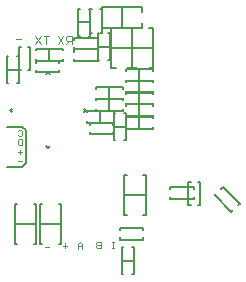
<source format=gbo>
G04*
G04 #@! TF.GenerationSoftware,Altium Limited,Altium Designer,24.4.1 (13)*
G04*
G04 Layer_Color=32896*
%FSLAX44Y44*%
%MOMM*%
G71*
G04*
G04 #@! TF.SameCoordinates,620EA0B3-285C-493C-A982-72F243028F5E*
G04*
G04*
G04 #@! TF.FilePolarity,Positive*
G04*
G01*
G75*
%ADD10C,0.1500*%
%ADD11C,0.1270*%
%ADD12C,0.1200*%
%ADD71C,0.1000*%
D10*
X53500Y-68500D02*
X55500D01*
Y-34500D01*
X53500D02*
X55500D01*
X37500Y-68500D02*
X39500D01*
X37500D02*
Y-34500D01*
X39500D01*
X37500Y-51500D02*
X55500D01*
X7310Y106430D02*
X8580D01*
Y83570D02*
Y106430D01*
X7310Y83570D02*
X8580D01*
X-1580D02*
X-310D01*
X-1580D02*
Y106430D01*
X-310D01*
X-1580Y95000D02*
X8580D01*
X16500Y106000D02*
X18500D01*
Y86000D02*
Y106000D01*
X16500Y86000D02*
X18500D01*
X8500D02*
X10500D01*
X8500D02*
Y106000D01*
X10500D01*
X35500Y90000D02*
Y108000D01*
X52500Y90000D02*
Y94000D01*
X18500Y90000D02*
X52500D01*
X18500D02*
Y94000D01*
Y104000D02*
Y108000D01*
X52500D01*
Y104000D02*
Y108000D01*
X44000Y90000D02*
X48000D01*
X44000Y56000D02*
Y90000D01*
Y56000D02*
X48000D01*
X58000D02*
X62000D01*
Y90000D01*
X58000D02*
X62000D01*
X44000Y73000D02*
X62000D01*
X26000D02*
X44000D01*
X40000Y90000D02*
X44000D01*
Y56000D02*
Y90000D01*
X40000Y56000D02*
X44000D01*
X26000D02*
X30000D01*
X26000D02*
Y90000D01*
X30000D01*
X76500Y-46500D02*
Y-44500D01*
X96500D01*
Y-46500D02*
Y-44500D01*
Y-54500D02*
Y-52500D01*
X76500Y-54500D02*
X96500D01*
X76500D02*
Y-52500D01*
X-52000Y54500D02*
X-50000D01*
X-52000D02*
Y74500D01*
X-50000D01*
X-44000D02*
X-42000D01*
Y54500D02*
Y74500D01*
X-44000Y54500D02*
X-42000D01*
X53500Y-89000D02*
Y-87000D01*
X33500Y-89000D02*
X53500D01*
X33500D02*
Y-87000D01*
Y-81000D02*
Y-79000D01*
X53500D01*
Y-81000D02*
Y-79000D01*
X-5000Y80000D02*
Y82000D01*
X15000D01*
Y80000D02*
Y82000D01*
Y72000D02*
Y74000D01*
X-5000Y72000D02*
X15000D01*
X-5000D02*
Y74000D01*
X-37500Y60500D02*
Y62500D01*
X-17500D01*
Y60500D02*
Y62500D01*
Y52500D02*
Y54500D01*
X-37500Y52500D02*
X-17500D01*
X-37500D02*
Y54500D01*
X35420Y-118430D02*
X36690D01*
X35420D02*
Y-95570D01*
X36690D01*
X44310D02*
X45580D01*
Y-118430D02*
Y-95570D01*
X44310Y-118430D02*
X45580D01*
X35420Y-107000D02*
X45580D01*
X14920Y63070D02*
X16190D01*
X14920D02*
Y85930D01*
X16190D01*
X23810D02*
X25080D01*
Y63070D02*
Y85930D01*
X23810Y63070D02*
X25080D01*
X14920Y74500D02*
X25080D01*
X-53190Y66430D02*
X-51920D01*
Y43570D02*
Y66430D01*
X-53190Y43570D02*
X-51920D01*
X-62080D02*
X-60810D01*
X-62080D02*
Y66430D01*
X-60810D01*
X-62080Y55000D02*
X-51920D01*
X-55000Y-76000D02*
X-37000D01*
X-55000Y-59000D02*
X-53000D01*
X-55000Y-93000D02*
Y-59000D01*
Y-93000D02*
X-53000D01*
X-39000Y-59000D02*
X-37000D01*
Y-93000D02*
Y-59000D01*
X-39000Y-93000D02*
X-37000D01*
X-34000Y-76000D02*
X-16000D01*
X-34000Y-59000D02*
X-32000D01*
X-34000Y-93000D02*
Y-59000D01*
Y-93000D02*
X-32000D01*
X-18000Y-59000D02*
X-16000D01*
Y-93000D02*
Y-59000D01*
X-18000Y-93000D02*
X-16000D01*
X50000Y4920D02*
Y15080D01*
X61430Y13810D02*
Y15080D01*
X38570D02*
X61430D01*
X38570Y13810D02*
Y15080D01*
Y4920D02*
Y6190D01*
Y4920D02*
X61430D01*
Y6190D01*
X28000Y0D02*
Y2000D01*
X8000Y0D02*
X28000D01*
X8000D02*
Y2000D01*
Y8000D02*
Y10000D01*
X28000D01*
Y8000D02*
Y10000D01*
X-14570Y62420D02*
Y63690D01*
X-37430Y62420D02*
X-14570D01*
X-37430D02*
Y63690D01*
Y71310D02*
Y72580D01*
X-14570D01*
Y71310D02*
Y72580D01*
X-26000Y62420D02*
Y72580D01*
X133692Y-59950D02*
X135107Y-58535D01*
X120964Y-44393D02*
X135107Y-58535D01*
X119550Y-45808D02*
X120964Y-44393D01*
X113893Y-51464D02*
X115308Y-50050D01*
X113893Y-51464D02*
X128036Y-65607D01*
X129450Y-64192D01*
X35930Y29920D02*
Y31190D01*
X13070Y29920D02*
X35930D01*
X13070D02*
Y31190D01*
Y38810D02*
Y40080D01*
X35930D01*
Y38810D02*
Y40080D01*
X24500Y29920D02*
Y40080D01*
X13070Y28810D02*
Y30080D01*
X35930D01*
Y28810D02*
Y30080D01*
Y19920D02*
Y21190D01*
X13070Y19920D02*
X35930D01*
X13070D02*
Y21190D01*
X24500Y19920D02*
Y30080D01*
X37310Y17930D02*
X38580D01*
Y-4930D02*
Y17930D01*
X37310Y-4930D02*
X38580D01*
X28420D02*
X29690D01*
X28420D02*
Y17930D01*
X29690D01*
X28420Y6500D02*
X38580D01*
X50000Y25420D02*
Y35580D01*
X61430Y34310D02*
Y35580D01*
X38570D02*
X61430D01*
X38570Y34310D02*
Y35580D01*
Y25420D02*
Y26690D01*
Y25420D02*
X61430D01*
Y26690D01*
X50000Y15420D02*
Y25580D01*
X61430Y24310D02*
Y25580D01*
X38570D02*
X61430D01*
X38570Y24310D02*
Y25580D01*
Y15420D02*
Y16690D01*
Y15420D02*
X61430D01*
Y16690D01*
X50000Y35420D02*
Y45580D01*
X61430Y44310D02*
Y45580D01*
X38570D02*
X61430D01*
X38570Y44310D02*
Y45580D01*
Y35420D02*
Y36690D01*
Y35420D02*
X61430D01*
Y36690D01*
X17000Y9920D02*
Y20080D01*
X5570Y9920D02*
Y11190D01*
Y9920D02*
X28430D01*
Y11190D01*
Y18810D02*
Y20080D01*
X5570D02*
X28430D01*
X5570Y18810D02*
Y20080D01*
X50000Y44920D02*
Y55080D01*
X61430Y53810D02*
Y55080D01*
X38570D02*
X61430D01*
X38570Y53810D02*
Y55080D01*
Y44920D02*
Y46190D01*
Y44920D02*
X61430D01*
Y46190D01*
X15000Y70000D02*
Y72000D01*
X-5000D02*
X15000D01*
X-5000Y70000D02*
Y72000D01*
Y62000D02*
Y64000D01*
Y62000D02*
X15000D01*
Y64000D01*
X99500Y-60000D02*
X101500D01*
Y-40000D01*
X99500D02*
X101500D01*
X91500D02*
X93500D01*
X91500Y-60000D02*
Y-40000D01*
Y-60000D02*
X93500D01*
D11*
X-28636Y50861D02*
X-27222Y52276D01*
Y-11364D02*
X-25808Y-9950D01*
X-28636D02*
X-27222Y-11364D01*
Y52276D02*
X-25808Y50861D01*
X3184Y21870D02*
X4598Y20456D01*
X-59042D02*
X-57627Y19042D01*
X-59042Y20456D02*
X-57627Y21870D01*
X3184Y19042D02*
X4598Y20456D01*
X-62000Y-27500D02*
X-49000D01*
X-46000Y-24500D01*
Y3500D01*
X-49000Y6500D02*
X-46000Y3500D01*
X-61461Y6500D02*
X-49000D01*
D12*
X-7168Y76501D02*
Y83499D01*
X-10667D01*
X-11834Y82333D01*
Y80000D01*
X-10667Y78834D01*
X-7168D01*
X-9501D02*
X-11834Y76501D01*
X-14166Y83499D02*
X-18831Y76501D01*
Y83499D02*
X-14166Y76501D01*
X-26169Y83499D02*
X-30834D01*
X-28501D01*
Y76501D01*
X-33166Y83499D02*
X-37831Y76501D01*
Y83499D02*
X-33166Y76501D01*
X-49667Y81000D02*
X-54333D01*
D71*
X-23893Y53690D02*
G03*
X-23893Y53690I-500J0D01*
G01*
X1797Y-96755D02*
Y-93089D01*
X-35Y-91257D01*
X-1868Y-93089D01*
Y-96755D01*
Y-94006D01*
X1797D01*
X-10667Y-94000D02*
X-14333D01*
X-12500Y-92167D02*
Y-95833D01*
X28916Y-90751D02*
X27084D01*
X28000D01*
Y-96249D01*
X28916D01*
X27084D01*
X17333Y-90751D02*
Y-96249D01*
X14584D01*
X13667Y-95333D01*
Y-94416D01*
X14584Y-93500D01*
X17333D01*
X14584D01*
X13667Y-92584D01*
Y-91667D01*
X14584Y-90751D01*
X17333D01*
X-26167Y-95000D02*
X-29833D01*
X-52332Y3166D02*
X-51499Y3999D01*
X-49833D01*
X-49000Y3166D01*
Y-166D01*
X-49833Y-999D01*
X-51499D01*
X-52332Y-166D01*
X-49000Y-4001D02*
Y-8999D01*
X-51499D01*
X-52332Y-8166D01*
Y-4834D01*
X-51499Y-4001D01*
X-49000D01*
Y-14500D02*
X-52332D01*
X-50666Y-12834D02*
Y-16166D01*
X-49000Y-22500D02*
X-52332D01*
M02*

</source>
